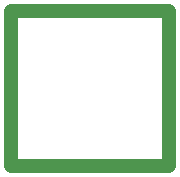
<source format=gm1>
%FSLAX25Y25*%
%MOIN*%
G70*
G01*
G75*
G04 Layer_Color=16711935*
%ADD10R,0.04528X0.02362*%
%ADD11R,0.02953X0.06693*%
%ADD12O,0.01772X0.06299*%
%ADD13R,0.03543X0.02756*%
%ADD14R,0.06693X0.02953*%
%ADD15C,0.01400*%
%ADD16C,0.01000*%
%ADD17C,0.07874*%
%ADD18C,0.00984*%
%ADD19C,0.01575*%
%ADD20C,0.00787*%
%ADD21C,0.00600*%
%ADD22R,0.05328X0.03162*%
%ADD23R,0.03753X0.07493*%
%ADD24O,0.02008X0.06535*%
%ADD25R,0.04343X0.03556*%
%ADD26R,0.07493X0.03753*%
%ADD27C,0.08674*%
%ADD28C,0.04724*%
D28*
X0Y0D02*
Y51500D01*
X52500D01*
Y0D02*
Y51500D01*
X0Y0D02*
X52500D01*
M02*

</source>
